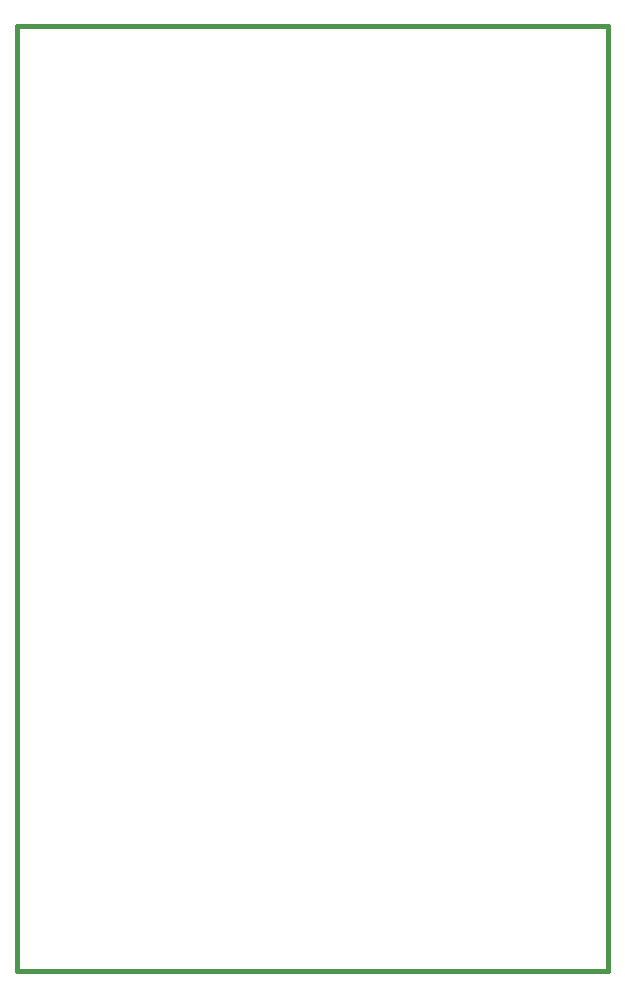
<source format=gbr>
G04 (created by PCBNEW (2013-07-07 BZR 4022)-stable) date 23.08.2017 13:54:42*
%MOIN*%
G04 Gerber Fmt 3.4, Leading zero omitted, Abs format*
%FSLAX34Y34*%
G01*
G70*
G90*
G04 APERTURE LIST*
%ADD10C,0.00590551*%
%ADD11C,0.015*%
G04 APERTURE END LIST*
G54D10*
G54D11*
X50250Y-15500D02*
X69935Y-15500D01*
X69935Y-15500D02*
X69935Y-46996D01*
X69935Y-46996D02*
X50250Y-46996D01*
X50250Y-46996D02*
X50250Y-15500D01*
M02*

</source>
